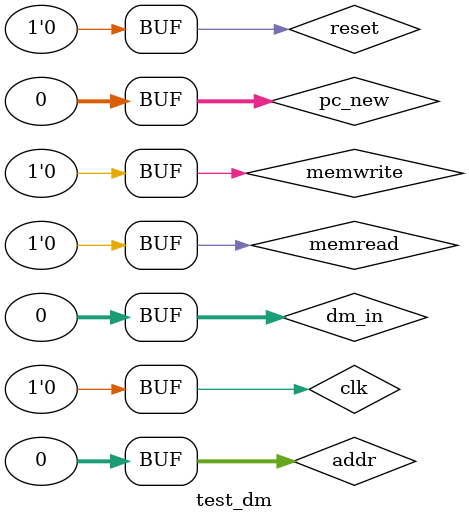
<source format=v>
`timescale 1ns / 1ps


module test_dm;

	// Inputs
	reg [31:0] addr;
	reg [31:0] dm_in;
	reg reset;
	reg clk;
	reg memwrite;
	reg memread;
	reg [31:0] pc_new;

	// Outputs
	wire [31:0] dm_out;

	// Instantiate the Unit Under Test (UUT)
	dm uut (
		.addr(addr), 
		.dm_in(dm_in), 
		.reset(reset), 
		.clk(clk), 
		.memwrite(memwrite), 
		.memread(memread), 
		.pc_new(pc_new), 
		.dm_out(dm_out)
	);

	initial begin
		// Initialize Inputs
		addr = 0;
		dm_in = 0;
		reset = 0;
		clk = 0;
		memwrite = 0;
		memread = 0;
		pc_new = 0;

		// Wait 100 ns for global reset to finish
		#100;
        
		// Add stimulus here

	end
      
endmodule


</source>
